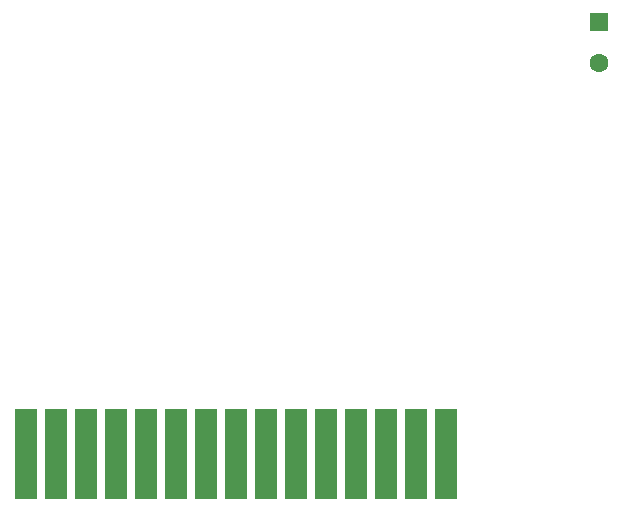
<source format=gbr>
G04 #@! TF.FileFunction,Soldermask,Bot*
%FSLAX46Y46*%
G04 Gerber Fmt 4.6, Leading zero omitted, Abs format (unit mm)*
G04 Created by KiCad (PCBNEW 4.0.7) date Tuesday, March 06, 2018 'AMt' 10:20:30 AM*
%MOMM*%
%LPD*%
G01*
G04 APERTURE LIST*
%ADD10C,0.100000*%
%ADD11R,1.905020X7.620020*%
%ADD12R,1.600020X1.600020*%
%ADD13C,1.600020*%
G04 APERTURE END LIST*
D10*
D11*
X78740000Y-134620000D03*
X76200000Y-134620000D03*
X73660000Y-134620000D03*
X71120000Y-134620000D03*
X68580000Y-134620000D03*
X66040000Y-134620000D03*
X63500000Y-134620000D03*
X60960000Y-134620000D03*
X58420000Y-134620000D03*
X55880000Y-134620000D03*
X83820000Y-134620000D03*
X91440000Y-134620000D03*
X88900000Y-134620000D03*
X86360000Y-134620000D03*
X81280000Y-134620000D03*
D12*
X104394000Y-98044000D03*
D13*
X104394000Y-101544000D03*
M02*

</source>
